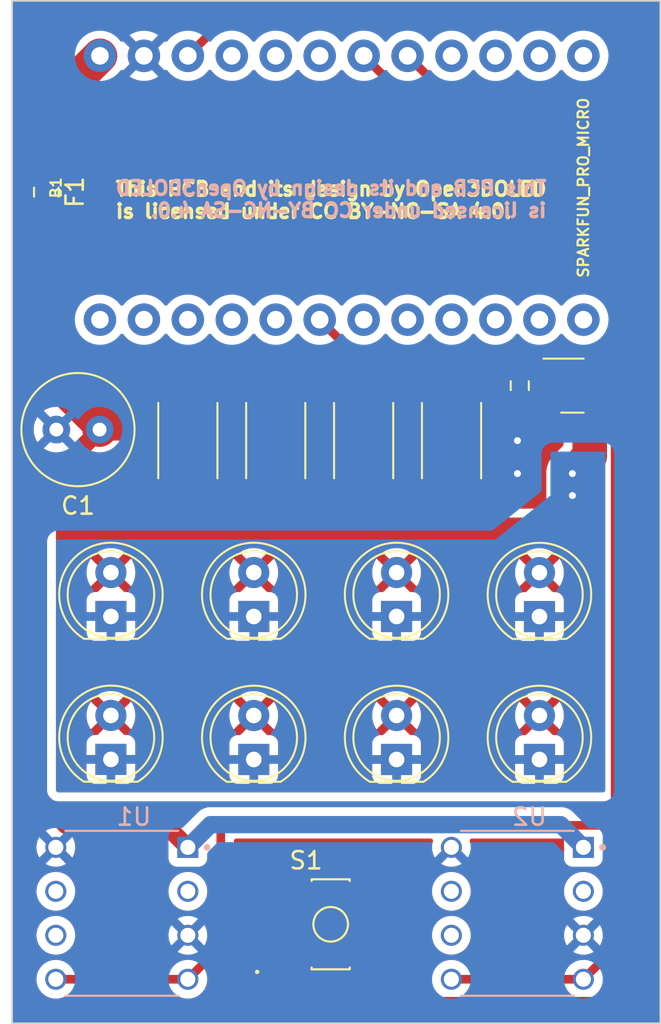
<source format=kicad_pcb>
(kicad_pcb (version 20221018) (generator pcbnew)
  (layers (0 "F.Cu" signal) (31 "B.Cu" signal) (34 "B.Paste" user) (35 "F.Paste" user) (36 "B.SilkS" user "B.Silkscreen") (37 "F.SilkS" user "F.Silkscreen") (38 "B.Mask" user) (39 "F.Mask" user) (44 "Edge.Cuts" user))
  (net 0 "")
  (net 6 "/LED_CONTROL")
  (net 17 "/RIGHT_OPT101_OUTPUT")
  (net 18 "/LEFT_OPT101_OUTPUT")
  (net 22 "GND")
  (net 23 "+5V")
  (net 24 "Net-(B1-RESET)")
  (net 25 "/5V_AFTER_FUSE")
  (net 27 "/LED_MOSFET")
  (net 28 "/RESISTOR_LED")
  (footprint "Resistor_SMD:R_0603_1608Metric_Pad0.98x0.95mm_HandSolder" (layer "F.Cu") (at 120.7825 71.12 -90)
    (fp_text reference "R1" hide)
    (fp_text value "1000" hide)
    (fp_line (start -0.254724 -0.5225) (end 0.254724 -0.5225) (stroke (width 0.12)) (layer "F.SilkS"))
    (fp_line (start -0.254724 0.5225) (end 0.254724 0.5225) (stroke (width 0.12)) (layer "F.SilkS"))
    (pad "1" smd roundrect (at -0.9125 0 270) (size 0.975 0.95) (layers "F.Cu" "F.Paste" "F.Mask") (net 6 "/LED_CONTROL"))
    (pad "2" smd roundrect (at 0.9125 0 270) (size 0.975 0.95) (layers "F.Cu" "F.Paste" "F.Mask") (net 22 "GND"))
  )
  (footprint "Fuse:Fuse_0805_2012Metric_Pad1.15x1.40mm_HandSolder" (layer "F.Cu") (at 93.4212 59.944 -90)
    (fp_text reference "F1" (at 0 -1.65 90) (layer "F.SilkS"))
    (fp_text value "Polyfuse" hide)
    (fp_line (start -0.261252 -0.71) (end 0.261252 -0.71) (stroke (width 0.12)) (layer "F.SilkS"))
    (fp_line (start -0.261252 0.71) (end 0.261252 0.71) (stroke (width 0.12)) (layer "F.SilkS"))
    (pad "1" smd roundrect (at -1.025 0 270) (size 1.15 1.4) (layers "F.Cu" "F.Paste" "F.Mask") (roundrect_rratio 0.2173913043) (net 23 "+5V"))
    (pad "2" smd roundrect (at 1.025 0 270) (size 1.15 1.4) (layers "F.Cu" "F.Paste" "F.Mask") (roundrect_rratio 0.2173913043) (net 25 "/5V_AFTER_FUSE"))
  )
  (footprint "LED_THT:LED_D5.0mm" (layer "F.Cu") (at 105.41 92.715 90)
    (fp_text reference "D6" hide)
    (fp_text value "LED" hide)
    (fp_line (start -1.29 -1.545) (end -1.29 1.545) (stroke (width 0.12)) (layer "F.SilkS"))
    (fp_arc (start -1.29 -1.54483) (mid 2.072002 -2.880433) (end 4.26 0.000462) (stroke (width 0.12)) (layer "F.SilkS"))
    (fp_arc (start 4.26 -0.000462) (mid 2.072002 2.880433) (end -1.29 1.54483) (stroke (width 0.12)) (layer "F.SilkS"))
    (fp_circle (center 1.27 0) (end 3.77 0) (stroke (width 0.12)) (fill none) (layer "F.SilkS"))
    (pad "1" thru_hole rect (at 0 0 90) (size 1.8 1.8) (drill 0.9) (layers "*.Cu" "*.Mask") (net 27 "/LED_MOSFET"))
    (pad "2" thru_hole circle (at 2.54 0 90) (size 1.8 1.8) (drill 0.9) (layers "*.Cu" "*.Mask") (net 28 "/RESISTOR_LED"))
  )
  (footprint "LED_THT:LED_D5.0mm" (layer "F.Cu") (at 121.92 92.715 90)
    (fp_text reference "D8" hide)
    (fp_text value "LED" hide)
    (fp_line (start -1.29 -1.545) (end -1.29 1.545) (stroke (width 0.12)) (layer "F.SilkS"))
    (fp_arc (start -1.29 -1.54483) (mid 2.072002 -2.880433) (end 4.26 0.000462) (stroke (width 0.12)) (layer "F.SilkS"))
    (fp_arc (start 4.26 -0.000462) (mid 2.072002 2.880433) (end -1.29 1.54483) (stroke (width 0.12)) (layer "F.SilkS"))
    (fp_circle (center 1.27 0) (end 3.77 0) (stroke (width 0.12)) (fill none) (layer "F.SilkS"))
    (pad "1" thru_hole rect (at 0 0 90) (size 1.8 1.8) (drill 0.9) (layers "*.Cu" "*.Mask") (net 27 "/LED_MOSFET"))
    (pad "2" thru_hole circle (at 2.54 0 90) (size 1.8 1.8) (drill 0.9) (layers "*.Cu" "*.Mask") (net 28 "/RESISTOR_LED"))
  )
  (footprint "LED_THT:LED_D5.0mm" (layer "F.Cu") (at 97.155 84.455 90)
    (fp_text reference "D1" hide)
    (fp_text value "LED" hide)
    (fp_line (start -1.29 -1.545) (end -1.29 1.545) (stroke (width 0.12)) (layer "F.SilkS"))
    (fp_arc (start -1.29 -1.54483) (mid 2.072002 -2.880433) (end 4.26 0.000462) (stroke (width 0.12)) (layer "F.SilkS"))
    (fp_arc (start 4.26 -0.000462) (mid 2.072002 2.880433) (end -1.29 1.54483) (stroke (width 0.12)) (layer "F.SilkS"))
    (fp_circle (center 1.27 0) (end 3.77 0) (stroke (width 0.12)) (fill none) (layer "F.SilkS"))
    (pad "1" thru_hole rect (at 0 0 90) (size 1.8 1.8) (drill 0.9) (layers "*.Cu" "*.Mask") (net 27 "/LED_MOSFET"))
    (pad "2" thru_hole circle (at 2.54 0 90) (size 1.8 1.8) (drill 0.9) (layers "*.Cu" "*.Mask") (net 28 "/RESISTOR_LED"))
  )
  (footprint "Package_TO_SOT_SMD:SOT-23" (layer "F.Cu") (at 123.825 71.12)
    (fp_text reference "Q1" hide)
    (fp_text value "AO3400A" hide)
    (fp_line (start 0 -1.56) (end -1.675 -1.56) (stroke (width 0.12)) (layer "F.SilkS"))
    (fp_line (start 0 -1.56) (end 0.65 -1.56) (stroke (width 0.12)) (layer "F.SilkS"))
    (fp_line (start 0 1.56) (end -0.65 1.56) (stroke (width 0.12)) (layer "F.SilkS"))
    (fp_line (start 0 1.56) (end 0.65 1.56) (stroke (width 0.12)) (layer "F.SilkS"))
    (pad "1" smd roundrect (at -0.9375 -0.95) (size 1.475 0.6) (layers "F.Cu" "F.Paste" "F.Mask") (net 6 "/LED_CONTROL"))
    (pad "2" smd roundrect (at -0.9375 0.95) (size 1.475 0.6) (layers "F.Cu" "F.Paste" "F.Mask") (net 22 "GND"))
    (pad "3" smd roundrect (at 0.9375 0) (size 1.475 0.6) (layers "F.Cu" "F.Paste" "F.Mask") (net 27 "/LED_MOSFET"))
  )
  (footprint "LED_THT:LED_D5.0mm" (layer "F.Cu") (at 97.155 92.71 90)
    (fp_text reference "D5" hide)
    (fp_text value "LED" hide)
    (fp_line (start -1.29 -1.545) (end -1.29 1.545) (stroke (width 0.12)) (layer "F.SilkS"))
    (fp_arc (start -1.29 -1.54483) (mid 2.072002 -2.880433) (end 4.26 0.000462) (stroke (width 0.12)) (layer "F.SilkS"))
    (fp_arc (start 4.26 -0.000462) (mid 2.072002 2.880433) (end -1.29 1.54483) (stroke (width 0.12)) (layer "F.SilkS"))
    (fp_circle (center 1.27 0) (end 3.77 0) (stroke (width 0.12)) (fill none) (layer "F.SilkS"))
    (pad "1" thru_hole rect (at 0 0 90) (size 1.8 1.8) (drill 0.9) (layers "*.Cu" "*.Mask") (net 27 "/LED_MOSFET"))
    (pad "2" thru_hole circle (at 2.54 0 90) (size 1.8 1.8) (drill 0.9) (layers "*.Cu" "*.Mask") (net 28 "/RESISTOR_LED"))
  )
  (footprint "LED_THT:LED_D5.0mm" (layer "F.Cu") (at 121.92 84.46 90)
    (fp_text reference "D4" hide)
    (fp_text value "LED" hide)
    (fp_line (start -1.29 -1.545) (end -1.29 1.545) (stroke (width 0.12)) (layer "F.SilkS"))
    (fp_arc (start -1.29 -1.54483) (mid 2.072002 -2.880433) (end 4.26 0.000462) (stroke (width 0.12)) (layer "F.SilkS"))
    (fp_arc (start 4.26 -0.000462) (mid 2.072002 2.880433) (end -1.29 1.54483) (stroke (width 0.12)) (layer "F.SilkS"))
    (fp_circle (center 1.27 0) (end 3.77 0) (stroke (width 0.12)) (fill none) (layer "F.SilkS"))
    (pad "1" thru_hole rect (at 0 0 90) (size 1.8 1.8) (drill 0.9) (layers "*.Cu" "*.Mask") (net 27 "/LED_MOSFET"))
    (pad "2" thru_hole circle (at 2.54 0 90) (size 1.8 1.8) (drill 0.9) (layers "*.Cu" "*.Mask") (net 28 "/RESISTOR_LED"))
  )
  (footprint "Resistor_SMD:R_2512_6332Metric_Pad1.40x3.35mm_HandSolder" (layer "F.Cu") (at 111.76 74.295 -90)
    (fp_text reference "R11" hide)
    (fp_text value "1.5" hide)
    (fp_line (start -2.177064 -1.71) (end 2.177064 -1.71) (stroke (width 0.12)) (layer "F.SilkS"))
    (fp_line (start -2.177064 1.71) (end 2.177064 1.71) (stroke (width 0.12)) (layer "F.SilkS"))
    (pad "1" smd roundrect (at -3.05 0 270) (size 1.4 3.35) (layers "F.Cu" "F.Paste" "F.Mask") (roundrect_rratio 0.1785707143) (net 25 "/5V_AFTER_FUSE"))
    (pad "2" smd roundrect (at 3.05 0 270) (size 1.4 3.35) (layers "F.Cu" "F.Paste" "F.Mask") (roundrect_rratio 0.1785707143) (net 28 "/RESISTOR_LED"))
  )
  (footprint "Capacitor_THT:C_Radial_D6.3mm_H11.0mm_P2.50mm" (layer "F.Cu") (at 96.5 73.66 180)
    (fp_text reference "C1" (at 1.25 -4.4) (layer "F.SilkS"))
    (fp_text value "C_Polarized")
    (fp_circle (center 1.25 0) (end 4.52 0) (stroke (width 0.12)) (fill none) (layer "F.SilkS"))
    (pad "1" thru_hole circle (at 0 0 180) (size 1.6 1.6) (drill 0.8) (layers "*.Cu" "*.Mask") (net 25 "/5V_AFTER_FUSE"))
    (pad "2" thru_hole circle (at 2.5 0 180) (size 1.6 1.6) (drill 0.8) (layers "*.Cu" "*.Mask") (net 22 "GND"))
  )
  (footprint "LED_THT:LED_D5.0mm" (layer "F.Cu") (at 113.665 92.715 90)
    (fp_text reference "D7" hide)
    (fp_text value "LED" hide)
    (fp_line (start -1.29 -1.545) (end -1.29 1.545) (stroke (width 0.12)) (layer "F.SilkS"))
    (fp_arc (start -1.29 -1.54483) (mid 2.072002 -2.880433) (end 4.26 0.000462) (stroke (width 0.12)) (layer "F.SilkS"))
    (fp_arc (start 4.26 -0.000462) (mid 2.072002 2.880433) (end -1.29 1.54483) (stroke (width 0.12)) (layer "F.SilkS"))
    (fp_circle (center 1.27 0) (end 3.77 0) (stroke (width 0.12)) (fill none) (layer "F.SilkS"))
    (pad "1" thru_hole rect (at 0 0 90) (size 1.8 1.8) (drill 0.9) (layers "*.Cu" "*.Mask") (net 27 "/LED_MOSFET"))
    (pad "2" thru_hole circle (at 2.54 0 90) (size 1.8 1.8) (drill 0.9) (layers "*.Cu" "*.Mask") (net 28 "/RESISTOR_LED"))
  )
  (footprint "Sparkfun.Boards:SPARKFUN_PRO_MICRO" (layer "F.Cu") (at 109.22 59.69 90)
    (fp_text reference "B1" (at 0 -15.24 90) (layer "F.SilkS") (effects (font (size 0.6096 0.6096) (thickness 0.127))))
    (fp_text value "SPARKFUN_PRO_MICRO" (at 0 15.24 90) (layer "F.SilkS") (effects (font (size 0.6096 0.6096) (thickness 0.127))))
    (pad "1" thru_hole circle (at -7.62 -12.7 90) (size 1.8796 1.8796) (drill 1.016) (layers "*.Cu" "*.Mask"))
    (pad "2" thru_hole circle (at -7.62 -10.16 90) (size 1.8796 1.8796) (drill 1.016) (layers "*.Cu" "*.Mask"))
    (pad "3" thru_hole circle (at -7.62 -7.62 90) (size 1.8796 1.8796) (drill 1.016) (layers "*.Cu" "*.Mask"))
    (pad "4" thru_hole circle (at -7.62 -5.08 90) (size 1.8796 1.8796) (drill 1.016) (layers "*.Cu" "*.Mask"))
    (pad "5" thru_hole circle (at -7.62 -2.54 90) (size 1.8796 1.8796) (drill 1.016) (layers "*.Cu" "*.Mask"))
    (pad "6" thru_hole circle (at -7.62 0 90) (size 1.8796 1.8796) (drill 1.016) (layers "*.Cu" "*.Mask") (net 6 "/LED_CONTROL"))
    (pad "7" thru_hole circle (at -7.62 2.54 90) (size 1.8796 1.8796) (drill 1.016) (layers "*.Cu" "*.Mask"))
    (pad "8" thru_hole circle (at -7.62 5.08 90) (size 1.8796 1.8796) (drill 1.016) (layers "*.Cu" "*.Mask"))
    (pad "9" thru_hole circle (at -7.62 7.62 90) (size 1.8796 1.8796) (drill 1.016) (layers "*.Cu" "*.Mask"))
    (pad "10" thru_hole circle (at -7.62 10.16 90) (size 1.8796 1.8796) (drill 1.016) (layers "*.Cu" "*.Mask"))
    (pad "11" thru_hole circle (at -7.62 12.7 90) (size 1.8796 1.8796) (drill 1.016) (layers "*.Cu" "*.Mask"))
    (pad "12" thru_hole circle (at -7.62 15.24 90) (size 1.8796 1.8796) (drill 1.016) (layers "*.Cu" "*.Mask"))
    (pad "13" thru_hole circle (at 7.62 15.24 90) (size 1.8796 1.8796) (drill 1.016) (layers "*.Cu" "*.Mask"))
    (pad "14" thru_hole circle (at 7.62 12.7 90) (size 1.8796 1.8796) (drill 1.016) (layers "*.Cu" "*.Mask"))
    (pad "15" thru_hole circle (at 7.62 10.16 90) (size 1.8796 1.8796) (drill 1.016) (layers "*.Cu" "*.Mask"))
    (pad "16" thru_hole circle (at 7.62 7.62 90) (size 1.8796 1.8796) (drill 1.016) (layers "*.Cu" "*.Mask"))
    (pad "17" thru_hole circle (at 7.62 5.08 90) (size 1.8796 1.8796) (drill 1.016) (layers "*.Cu" "*.Mask") (net 17 "/RIGHT_OPT101_OUTPUT"))
    (pad "18" thru_hole circle (at 7.62 2.54 90) (size 1.8796 1.8796) (drill 1.016) (layers "*.Cu" "*.Mask") (net 18 "/LEFT_OPT101_OUTPUT"))
    (pad "19" thru_hole circle (at 7.62 0 90) (size 1.8796 1.8796) (drill 1.016) (layers "*.Cu" "*.Mask"))
    (pad "20" thru_hole circle (at 7.62 -2.54 90) (size 1.8796 1.8796) (drill 1.016) (layers "*.Cu" "*.Mask"))
    (pad "21" thru_hole circle (at 7.62 -5.08 90) (size 1.8796 1.8796) (drill 1.016) (layers "*.Cu" "*.Mask"))
    (pad "22" thru_hole circle (at 7.62 -7.62 90) (size 1.8796 1.8796) (drill 1.016) (layers "*.Cu" "*.Mask") (net 24 "Net-(B1-RESET)"))
    (pad "23" thru_hole circle (at 7.62 -10.16 90) (size 1.8796 1.8796) (drill 1.016) (layers "*.Cu" "*.Mask") (net 22 "GND"))
    (pad "24" thru_hole circle (at 7.62 -12.7 90) (size 1.8796 1.8796) (drill 1.016) (layers "*.Cu" "*.Mask") (net 23 "+5V"))
  )
  (footprint "LED_THT:LED_D5.0mm" (layer "F.Cu") (at 105.41 84.455 90)
    (fp_text reference "D2" hide)
    (fp_text value "LED" hide)
    (fp_line (start -1.29 -1.545) (end -1.29 1.545) (stroke (width 0.12)) (layer "F.SilkS"))
    (fp_arc (start -1.29 -1.54483) (mid 2.072002 -2.880433) (end 4.26 0.000462) (stroke (width 0.12)) (layer "F.SilkS"))
    (fp_arc (start 4.26 -0.000462) (mid 2.072002 2.880433) (end -1.29 1.54483) (stroke (width 0.12)) (layer "F.SilkS"))
    (fp_circle (center 1.27 0) (end 3.77 0) (stroke (width 0.12)) (fill none) (layer "F.SilkS"))
    (pad "1" thru_hole rect (at 0 0 90) (size 1.8 1.8) (drill 0.9) (layers "*.Cu" "*.Mask") (net 27 "/LED_MOSFET"))
    (pad "2" thru_hole circle (at 2.54 0 90) (size 1.8 1.8) (drill 0.9) (layers "*.Cu" "*.Mask") (net 28 "/RESISTOR_LED"))
  )
  (footprint "Resistor_SMD:R_2512_6332Metric_Pad1.40x3.35mm_HandSolder" (layer "F.Cu") (at 101.6 74.295 -90)
    (fp_text reference "R13" hide)
    (fp_text value "1.5" hide)
    (fp_line (start -2.177064 -1.71) (end 2.177064 -1.71) (stroke (width 0.12)) (layer "F.SilkS"))
    (fp_line (start -2.177064 1.71) (end 2.177064 1.71) (stroke (width 0.12)) (layer "F.SilkS"))
    (pad "1" smd roundrect (at -3.05 0 270) (size 1.4 3.35) (layers "F.Cu" "F.Paste" "F.Mask") (roundrect_rratio 0.1785707143) (net 25 "/5V_AFTER_FUSE"))
    (pad "2" smd roundrect (at 3.05 0 270) (size 1.4 3.35) (layers "F.Cu" "F.Paste" "F.Mask") (roundrect_rratio 0.1785707143) (net 28 "/RESISTOR_LED"))
  )
  (footprint "Tactile.Switch:SW_TL3342F160QG" (layer "F.Cu") (at 109.855 102.235)
    (fp_text reference "S1" (at -1.425175 -3.685485) (layer "F.SilkS") (effects (font (size 1.000134 1.000134))))
    (fp_text value "TL3342F160QG")
    (fp_line (start -1.1 -2.6) (end -1.1 -2.5) (stroke (width 0.127)) (layer "F.SilkS"))
    (fp_line (start -1.1 -2.6) (end 1.1 -2.6) (stroke (width 0.127)) (layer "F.SilkS"))
    (fp_line (start -1.1 2.5) (end -1.1 2.6) (stroke (width 0.127)) (layer "F.SilkS"))
    (fp_line (start -1.1 2.6) (end 1.1 2.6) (stroke (width 0.127)) (layer "F.SilkS"))
    (fp_line (start 1.1 -2.5) (end 1.1 -2.6) (stroke (width 0.127)) (layer "F.SilkS"))
    (fp_line (start 1.1 2.5) (end 1.1 2.6) (stroke (width 0.127)) (layer "F.SilkS"))
    (fp_circle (center -4.25 2.75) (end -4.123 2.75) (fill solid) (layer "F.SilkS"))
    (fp_circle (center 0 0) (end 1 0) (stroke (width 0.127)) (fill none) (layer "F.SilkS"))
    (pad "1" smd rect (at -3.15 1.9) (size 1.7 1) (layers "F.Cu" "F.Paste" "F.Mask") (net 24 "Net-(B1-RESET)"))
    (pad "2" smd rect (at 3.15 1.9) (size 1.7 1) (layers "F.Cu" "F.Paste" "F.Mask") (net 24 "Net-(B1-RESET)"))
    (pad "3" smd rect (at -3.15 -1.9) (size 1.7 1) (layers "F.Cu" "F.Paste" "F.Mask") (net 22 "GND"))
    (pad "4" smd rect (at 3.15 -1.9) (size 1.7 1) (layers "F.Cu" "F.Paste" "F.Mask") (net 22 "GND"))
  )
  (footprint "Resistor_SMD:R_2512_6332Metric_Pad1.40x3.35mm_HandSolder" (layer "F.Cu") (at 116.84 74.295 -90)
    (fp_text reference "R10" hide)
    (fp_text value "1.5" hide)
    (fp_line (start -2.177064 -1.71) (end 2.177064 -1.71) (stroke (width 0.12)) (layer "F.SilkS"))
    (fp_line (start -2.177064 1.71) (end 2.177064 1.71) (stroke (width 0.12)) (layer "F.SilkS"))
    (pad "1" smd roundrect (at -3.05 0 270) (size 1.4 3.35) (layers "F.Cu" "F.Paste" "F.Mask") (roundrect_rratio 0.1785707143) (net 25 "/5V_AFTER_FUSE"))
    (pad "2" smd roundrect (at 3.05 0 270) (size 1.4 3.35) (layers "F.Cu" "F.Paste" "F.Mask") (roundrect_rratio 0.1785707143) (net 28 "/RESISTOR_LED"))
  )
  (footprint "Resistor_SMD:R_2512_6332Metric_Pad1.40x3.35mm_HandSolder" (layer "F.Cu") (at 106.68 74.295 -90)
    (fp_text reference "R12" hide)
    (fp_text value "1.5" hide)
    (fp_line (start -2.177064 -1.71) (end 2.177064 -1.71) (stroke (width 0.12)) (layer "F.SilkS"))
    (fp_line (start -2.177064 1.71) (end 2.177064 1.71) (stroke (width 0.12)) (layer "F.SilkS"))
    (pad "1" smd roundrect (at -3.05 0 270) (size 1.4 3.35) (layers "F.Cu" "F.Paste" "F.Mask") (roundrect_rratio 0.1785707143) (net 25 "/5V_AFTER_FUSE"))
    (pad "2" smd roundrect (at 3.05 0 270) (size 1.4 3.35) (layers "F.Cu" "F.Paste" "F.Mask") (roundrect_rratio 0.1785707143) (net 28 "/RESISTOR_LED"))
  )
  (footprint "LED_THT:LED_D5.0mm" (layer "F.Cu") (at 113.665 84.455 90)
    (fp_text reference "D3" hide)
    (fp_text value "LED" hide)
    (fp_line (start -1.29 -1.545) (end -1.29 1.545) (stroke (width 0.12)) (layer "F.SilkS"))
    (fp_arc (start -1.29 -1.54483) (mid 2.072002 -2.880433) (end 4.26 0.000462) (stroke (width 0.12)) (layer "F.SilkS"))
    (fp_arc (start 4.26 -0.000462) (mid 2.072002 2.880433) (end -1.29 1.54483) (stroke (width 0.12)) (layer "F.SilkS"))
    (fp_circle (center 1.27 0) (end 3.77 0) (stroke (width 0.12)) (fill none) (layer "F.SilkS"))
    (pad "1" thru_hole rect (at 0 0 90) (size 1.8 1.8) (drill 0.9) (layers "*.Cu" "*.Mask") (net 27 "/LED_MOSFET"))
    (pad "2" thru_hole circle (at 2.54 0 90) (size 1.8 1.8) (drill 0.9) (layers "*.Cu" "*.Mask") (net 28 "/RESISTOR_LED"))
  )
  (footprint "OPT101:DIP762W46P254L952H419Q8" (layer "B.Cu") (at 120.645 101.6 180)
    (fp_text reference "U2" (at -0.695 5.5745) (layer "B.SilkS") (effects (justify mirror)))
    (fp_text value "OPT101P")
    (fp_line (start -3.26 -4.7625) (end 3.26 -4.7625) (stroke (width 0.127)) (layer "B.SilkS"))
    (fp_line (start -3.26 4.7625) (end 3.26 4.7625) (stroke (width 0.127)) (layer "B.SilkS"))
    (fp_circle (center -4.925 3.81) (end -4.825 3.81) (stroke (width 0.2)) (fill none) (layer "B.SilkS"))
    (pad "1" thru_hole rect (at -3.815 3.81 180) (size 1.22 1.22) (drill 0.87) (layers "*.Cu" "*.Mask") (net 25 "/5V_AFTER_FUSE"))
    (pad "2" thru_hole circle (at -3.815 1.27 180) (size 1.22 1.22) (drill 0.87) (layers "*.Cu" "*.Mask"))
    (pad "3" thru_hole circle (at -3.815 -1.27 180) (size 1.22 1.22) (drill 0.87) (layers "*.Cu" "*.Mask") (net 22 "GND"))
    (pad "4" thru_hole circle (at -3.815 -3.81 180) (size 1.22 1.22) (drill 0.87) (layers "*.Cu" "*.Mask") (net 17 "/RIGHT_OPT101_OUTPUT"))
    (pad "5" thru_hole circle (at 3.815 -3.81 180) (size 1.22 1.22) (drill 0.87) (layers "*.Cu" "*.Mask") (net 17 "/RIGHT_OPT101_OUTPUT"))
    (pad "6" thru_hole circle (at 3.815 -1.27 180) (size 1.22 1.22) (drill 0.87) (layers "*.Cu" "*.Mask"))
    (pad "7" thru_hole circle (at 3.815 1.27 180) (size 1.22 1.22) (drill 0.87) (layers "*.Cu" "*.Mask"))
    (pad "8" thru_hole circle (at 3.815 3.81 180) (size 1.22 1.22) (drill 0.87) (layers "*.Cu" "*.Mask") (net 22 "GND"))
  )
  (footprint "OPT101:DIP762W46P254L952H419Q8" (layer "B.Cu") (at 97.785 101.6 180)
    (fp_text reference "U1" (at -0.695 5.5745) (layer "B.SilkS") (effects (justify mirror)))
    (fp_text value "OPT101P")
    (fp_line (start -3.26 -4.7625) (end 3.26 -4.7625) (stroke (width 0.127)) (layer "B.SilkS"))
    (fp_line (start -3.26 4.7625) (end 3.26 4.7625) (stroke (width 0.127)) (layer "B.SilkS"))
    (fp_circle (center -4.925 3.81) (end -4.825 3.81) (stroke (width 0.2)) (fill none) (layer "B.SilkS"))
    (pad "1" thru_hole rect (at -3.815 3.81 180) (size 1.22 1.22) (drill 0.87) (layers "*.Cu" "*.Mask") (net 25 "/5V_AFTER_FUSE"))
    (pad "2" thru_hole circle (at -3.815 1.27 180) (size 1.22 1.22) (drill 0.87) (layers "*.Cu" "*.Mask"))
    (pad "3" thru_hole circle (at -3.815 -1.27 180) (size 1.22 1.22) (drill 0.87) (layers "*.Cu" "*.Mask") (net 22 "GND"))
    (pad "4" thru_hole circle (at -3.815 -3.81 180) (size 1.22 1.22) (drill 0.87) (layers "*.Cu" "*.Mask") (net 18 "/LEFT_OPT101_OUTPUT"))
    (pad "5" thru_hole circle (at 3.815 -3.81 180) (size 1.22 1.22) (drill 0.87) (layers "*.Cu" "*.Mask") (net 18 "/LEFT_OPT101_OUTPUT"))
    (pad "6" thru_hole circle (at 3.815 -1.27 180) (size 1.22 1.22) (drill 0.87) (layers "*.Cu" "*.Mask"))
    (pad "7" thru_hole circle (at 3.815 1.27 180) (size 1.22 1.22) (drill 0.87) (layers "*.Cu" "*.Mask"))
    (pad "8" thru_hole circle (at 3.815 3.81 180) (size 1.22 1.22) (drill 0.87) (layers "*.Cu" "*.Mask") (net 22 "GND"))
  )
  (gr_line (start 91.44 107.95) (end 91.44 48.895) (stroke (width 0.1)) (layer "Edge.Cuts"))
  (gr_line (start 128.905 48.895) (end 128.905 107.95) (stroke (width 0.1)) (layer "Edge.Cuts"))
  (gr_line (start 128.905 107.95) (end 91.44 107.95) (stroke (width 0.1)) (layer "Edge.Cuts"))
  (gr_line (start 91.44 48.895) (end 128.905 48.895) (stroke (width 0.1)) (layer "Edge.Cuts"))
  (gr_text "This PCB and its design by Open3DOLED \nis licensed under CC BY-NC-SA 4.0." (at 122.428 61.468) (layer "B.SilkS") (effects (font (size 0.8 0.8) (thickness 0.2) bold) (justify left bottom mirror)))
  (gr_text "This PCB and its design by Open3DOLED \nis licensed under CC BY-NC-SA 4.0." (at 97.3328 61.5188) (layer "F.SilkS") (effects (font (size 0.8 0.8) (thickness 0.2) bold) (justify left bottom)))
  (segment (start 122.85 70.2075) (end 122.8875 70.17) (width 0.5) (layer "F.Cu") (net 6))
  (segment (start 109.22 67.31) (end 111.125 69.215) (width 0.5) (layer "F.Cu") (net 6))
  (segment (start 111.125 69.215) (end 119.79 69.215) (width 0.5) (layer "F.Cu") (net 6))
  (segment (start 119.79 69.215) (end 120.7825 70.2075) (width 0.5) (layer "F.Cu") (net 6))
  (segment (start 120.7825 70.2075) (end 122.85 70.2075) (width 0.5) (layer "F.Cu") (net 6))
  (segment (start 124.46 105.41) (end 116.83 105.41) (width 0.5) (layer "F.Cu") (net 17))
  (segment (start 114.3 52.07) (end 127 64.77) (width 0.5) (layer "F.Cu") (net 17))
  (segment (start 127 102.87) (end 124.46 105.41) (width 0.5) (layer "F.Cu") (net 17))
  (segment (start 127 64.77) (end 127 102.87) (width 0.5) (layer "F.Cu") (net 17))
  (segment (start 103.505 103.505) (end 103.505 96.52) (width 0.5) (layer "F.Cu") (net 18))
  (segment (start 126.29548 95.94952) (end 126.29548 66.61548) (width 0.5) (layer "F.Cu") (net 18))
  (segment (start 101.6 105.41) (end 93.97 105.41) (width 0.5) (layer "F.Cu") (net 18))
  (segment (start 126.30048 66.61048) (end 111.76 52.07) (width 0.5) (layer "F.Cu") (net 18))
  (segment (start 103.505 96.52) (end 125.725 96.52) (width 0.5) (layer "F.Cu") (net 18))
  (segment (start 126.29548 66.61548) (end 126.30048 66.61048) (width 0.5) (layer "F.Cu") (net 18))
  (segment (start 101.6 105.41) (end 103.505 103.505) (width 0.5) (layer "F.Cu") (net 18))
  (segment (start 125.725 96.52) (end 126.29548 95.94952) (width 0.5) (layer "F.Cu") (net 18))
  (segment (start 120.65 74.295) (end 122.625 72.32) (width 2) (layer "F.Cu") (net 22))
  (segment (start 123.02 72.07) (end 120.82 72.07) (width 1) (layer "F.Cu") (net 22))
  (segment (start 120.7825 72.0325) (end 120.7825 74.1625) (width 2) (layer "F.Cu") (net 22))
  (segment (start 120.82 72.07) (end 120.7825 72.0325) (width 1) (layer "F.Cu") (net 22))
  (segment (start 122.625 72.32) (end 122.625 72.07) (width 2) (layer "F.Cu") (net 22))
  (segment (start 120.7825 74.1625) (end 120.65 74.295) (width 2) (layer "F.Cu") (net 22))
  (via (at 120.65 76.2) (size 0.8) (drill 0.4) (layers "F.Cu" "B.Cu") (net 22))
  (via (at 120.65 74.295) (size 0.8) (drill 0.4) (layers "F.Cu" "B.Cu") (net 22))
  (segment (start 93.4212 55.1688) (end 96.52 52.07) (width 2) (layer "F.Cu") (net 23))
  (segment (start 93.4212 57.919) (end 93.4212 55.1688) (width 2) (layer "F.Cu") (net 23))
  (segment (start 127.69952 62.92952) (end 127.69952 104.71048) (width 0.5) (layer "F.Cu") (net 24))
  (segment (start 103.505 50.165) (end 125.095 50.165) (width 0.5) (layer "F.Cu") (net 24))
  (segment (start 127.69952 104.71048) (end 125.73 106.68) (width 0.5) (layer "F.Cu") (net 24))
  (segment (start 125.095 50.165) (end 126.365 51.435) (width 0.5) (layer "F.Cu") (net 24))
  (segment (start 106.705 104.135) (end 113.005 104.135) (width 0.5) (layer "F.Cu") (net 24))
  (segment (start 126.365 51.435) (end 126.365 61.595) (width 0.5) (layer "F.Cu") (net 24))
  (segment (start 101.6 52.07) (end 103.505 50.165) (width 0.5) (layer "F.Cu") (net 24))
  (segment (start 126.365 61.595) (end 127.69952 62.92952) (width 0.5) (layer "F.Cu") (net 24))
  (segment (start 115.55 106.68) (end 113.005 104.135) (width 0.5) (layer "F.Cu") (net 24))
  (segment (start 125.73 106.68) (end 115.55 106.68) (width 0.5) (layer "F.Cu") (net 24))
  (segment (start 94.551929 96.52) (end 100.33 96.52) (width 1) (layer "F.Cu") (net 25))
  (segment (start 92.705 94.673071) (end 94.551929 96.52) (width 1) (layer "F.Cu") (net 25))
  (segment (start 93.4212 61.969) (end 93.4212 70.252772) (width 2) (layer "F.Cu") (net 25))
  (segment (start 93.4212 70.252772) (end 96.5 73.331572) (width 2) (layer "F.Cu") (net 25))
  (segment (start 92.71 77.47) (end 92.71 94.668071) (width 1) (layer "F.Cu") (net 25))
  (segment (start 96.5 73.68) (end 92.71 77.47) (width 1) (layer "F.Cu") (net 25))
  (segment (start 92.71 94.668071) (end 92.705 94.673071) (width 1) (layer "F.Cu") (net 25))
  (segment (start 100.33 96.52) (end 101.6 97.79) (width 1) (layer "F.Cu") (net 25))
  (segment (start 96.5 73.331572) (end 96.5 73.66) (width 2) (layer "F.Cu") (net 25))
  (segment (start 101.6 97.79) (end 102.909511 96.480489) (width 1) (layer "B.Cu") (net 25))
  (segment (start 102.909511 96.480489) (end 123.150489 96.480489) (width 1) (layer "B.Cu") (net 25))
  (segment (start 123.150489 96.480489) (end 124.46 97.79) (width 1) (layer "B.Cu") (net 25))
  (segment (start 124.82452 75.20048) (end 123.825 76.2) (width 2) (layer "F.Cu") (net 27))
  (segment (start 123.825 76.2) (end 123.825 77.47) (width 2) (layer "F.Cu") (net 27))
  (segment (start 124.7625 71.12) (end 124.82452 71.18202) (width 2) (layer "F.Cu") (net 27))
  (segment (start 124.82452 71.18202) (end 124.82452 75.20048) (width 2) (layer "F.Cu") (net 27))
  (via (at 123.825 76.2) (size 0.8) (drill 0.4) (layers "F.Cu" "B.Cu") (net 27))
  (via (at 123.825 77.47) (size 0.8) (drill 0.4) (layers "F.Cu" "B.Cu") (net 27))
  (zone (net 25) (net_name "/5V_AFTER_FUSE") (layer "F.Cu") (priority 1) (connect_pads yes (clearance 0.508)) (min_thickness 0.254) (fill yes (thermal_gap 0.508) (thermal_bridge_width 0.508))
    (polygon (pts (xy 119.38 73.66) (xy 100.33 73.66) (xy 100.374949 74.295) (xy 95.885 74.295) (xy 95.885 69.85) (xy 119.38 69.85)))
  )
  (zone (net 28) (net_name "/RESISTOR_LED") (layer "F.Cu") (priority 1) (connect_pads thru_hole_only (clearance 0.508)) (min_thickness 0.254) (fill yes (thermal_gap 0.508) (thermal_bridge_width 0.508))
    (polygon (pts (xy 119.38 78.74) (xy 125.73 78.74) (xy 125.73 94.615) (xy 93.98 94.615) (xy 93.98 78.105) (xy 98.425 78.105) (xy 98.425 75.565) (xy 119.38 75.565)))
  )
  (zone (net 22) (net_name "GND") (layers "F&B.Cu") (connect_pads (clearance 0.508)) (min_thickness 0.254) (fill yes (thermal_gap 0.508) (thermal_bridge_width 0.508))
    (polygon (pts (xy 128.905 107.95) (xy 91.44 107.95) (xy 91.44 48.895) (xy 128.905 48.895)))
  )
  (zone (net 27) (net_name "/LED_MOSFET") (layer "B.Cu") (priority 1) (connect_pads (clearance 0.508)) (min_thickness 0.254) (fill yes (thermal_gap 0.508) (thermal_bridge_width 0.508))
    (polygon (pts (xy 125.73 94.615) (xy 93.98 94.615) (xy 93.98 80.01) (xy 119.38 80.01) (xy 122.555 77.47) (xy 122.555 74.93) (xy 125.73 74.93)))
  )
)
</source>
